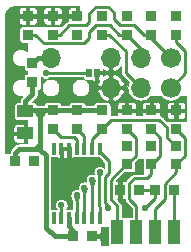
<source format=gtl>
%TF.GenerationSoftware,KiCad,Pcbnew,(5.1.2-1)-1*%
%TF.CreationDate,2020-12-17T20:50:41+01:00*%
%TF.ProjectId,snes_rgb_bypass_amp,736e6573-5f72-4676-925f-627970617373,3.2*%
%TF.SameCoordinates,Original*%
%TF.FileFunction,Copper,L1,Top*%
%TF.FilePolarity,Positive*%
%FSLAX46Y46*%
G04 Gerber Fmt 4.6, Leading zero omitted, Abs format (unit mm)*
G04 Created by KiCad (PCBNEW (5.1.2-1)-1) date 2020-12-17 20:50:41*
%MOMM*%
%LPD*%
G04 APERTURE LIST*
%ADD10R,1.050000X2.100000*%
%ADD11R,0.400000X1.000000*%
%ADD12O,1.700000X1.700000*%
%ADD13C,1.700000*%
%ADD14R,0.500000X0.750000*%
%ADD15R,0.950000X0.875000*%
%ADD16R,1.400000X0.975000*%
%ADD17R,0.875000X0.950000*%
%ADD18C,0.400000*%
%ADD19C,0.550000*%
%ADD20C,0.254000*%
%ADD21C,0.406400*%
%ADD22C,0.406000*%
%ADD23C,0.400000*%
%ADD24C,0.101600*%
G04 APERTURE END LIST*
D10*
X155115000Y-114005000D03*
X153515000Y-114005000D03*
X151915000Y-114005000D03*
X150315000Y-114005000D03*
D11*
X148835000Y-112815000D03*
X148185000Y-112815000D03*
X147535000Y-112815000D03*
X146885000Y-112815000D03*
X146235000Y-112815000D03*
X145585000Y-112815000D03*
X144935000Y-112815000D03*
X144935000Y-106915000D03*
X145585000Y-106915000D03*
X146235000Y-106915000D03*
X146885000Y-106915000D03*
X147535000Y-106915000D03*
X148185000Y-106915000D03*
X148835000Y-106915000D03*
D12*
X144675000Y-99215000D03*
X149755000Y-101755000D03*
X149755000Y-99215000D03*
X152295000Y-101755000D03*
X152295000Y-99215000D03*
D13*
X154835000Y-101755000D03*
X154835000Y-99215000D03*
D14*
X147925000Y-100487500D03*
X148575000Y-100487500D03*
D15*
X143140000Y-101260000D03*
X143140000Y-99685000D03*
D16*
X142541000Y-105620000D03*
X142541000Y-103745000D03*
D17*
X153552700Y-110432300D03*
X155127700Y-110432300D03*
X150552700Y-110432300D03*
X152127700Y-110432300D03*
X143255200Y-107982300D03*
X141680200Y-107982300D03*
D15*
X155292300Y-103682300D03*
X155292300Y-105257300D03*
X153202300Y-103682300D03*
X153202300Y-105257300D03*
X151112300Y-103682300D03*
X151112300Y-105257300D03*
X149022300Y-103682300D03*
X149022300Y-105257300D03*
X146932300Y-103682300D03*
X146932300Y-105257300D03*
X144842300Y-103682300D03*
X144842300Y-105257300D03*
X155292300Y-95689800D03*
X155292300Y-97264800D03*
X153202300Y-95689800D03*
X153202300Y-97264800D03*
X151112300Y-95689800D03*
X151112300Y-97264800D03*
D17*
X148189800Y-114342700D03*
X146614800Y-114342700D03*
D15*
X155292300Y-106674800D03*
X155292300Y-108249800D03*
X153202300Y-106674800D03*
X153202300Y-108249800D03*
X151112300Y-106674800D03*
X151112300Y-108249800D03*
X149022300Y-95689800D03*
X149022300Y-97264800D03*
X146932300Y-95689800D03*
X146932300Y-97264800D03*
X144842300Y-95689800D03*
X144842300Y-97264800D03*
X142752300Y-95689800D03*
X142752300Y-97264800D03*
D18*
X146245000Y-102055000D03*
X145645000Y-102055000D03*
X149230000Y-113942700D03*
X141105000Y-106215000D03*
X141105000Y-102855000D03*
X152190000Y-108145000D03*
X141105000Y-98115000D03*
X149022300Y-95839800D03*
X143810000Y-95100000D03*
X145900000Y-95100000D03*
X141720000Y-95100000D03*
X145645000Y-101455000D03*
X146245000Y-101455000D03*
X147203400Y-109336400D03*
X146003400Y-109336400D03*
X147503400Y-108736400D03*
X146303400Y-108736400D03*
X146003400Y-108136400D03*
X146603400Y-108136400D03*
X146603400Y-109336400D03*
X147203400Y-108136400D03*
X145703400Y-108736400D03*
X146903400Y-108736400D03*
X151115000Y-112534300D03*
X149230000Y-114742700D03*
D19*
X151125000Y-106687500D03*
X144855000Y-105270000D03*
X155292300Y-97264800D03*
X146932300Y-97264800D03*
X146945000Y-105270000D03*
X153215000Y-106687500D03*
X148835000Y-108920000D03*
X149022300Y-97264800D03*
X144250000Y-100487500D03*
X145585000Y-111720000D03*
X143155200Y-107982300D03*
X155292300Y-95839800D03*
X146885000Y-110870000D03*
X147535000Y-110220000D03*
X153202300Y-95839800D03*
X148185000Y-109570000D03*
X151025000Y-95839800D03*
X149540000Y-111945000D03*
X152715000Y-111945000D03*
D20*
X145585000Y-106915000D02*
X146235000Y-106915000D01*
D21*
X148916300Y-114342700D02*
X149215000Y-114044000D01*
X148189800Y-114342700D02*
X148916300Y-114342700D01*
X148913700Y-114342700D02*
X149215000Y-114644000D01*
X148189800Y-114342700D02*
X148913700Y-114342700D01*
X148830000Y-114342700D02*
X149230000Y-113942700D01*
X148830000Y-114342700D02*
X149230000Y-114742700D01*
X148189800Y-114342700D02*
X148830000Y-114342700D01*
D22*
X143805000Y-104120000D02*
X144230000Y-103695000D01*
X143805000Y-104120000D02*
X143380000Y-103695000D01*
X143805000Y-106495000D02*
X143355000Y-106945000D01*
X141990000Y-106945000D02*
X141667500Y-107267500D01*
X141667500Y-107995000D02*
X141667500Y-107270000D01*
X145013700Y-114342700D02*
X144295000Y-113624000D01*
X146614800Y-114342700D02*
X145013700Y-114342700D01*
X142541000Y-102894000D02*
X142541000Y-103745000D01*
D21*
X149022300Y-103682300D02*
X142603700Y-103682300D01*
X143805000Y-104120000D02*
X143805000Y-106990000D01*
X143745000Y-106945000D02*
X141990000Y-106945000D01*
X146614800Y-114342700D02*
X146317700Y-114342700D01*
X144295000Y-113624000D02*
X144295000Y-107495000D01*
X144295000Y-107495000D02*
X143815000Y-107015000D01*
X143140000Y-101260000D02*
X143140000Y-102295000D01*
X143140000Y-102295000D02*
X142541000Y-102894000D01*
D23*
X146614800Y-114342700D02*
X146614800Y-113864800D01*
X146235000Y-113485000D02*
X146235000Y-112815000D01*
X146614800Y-113864800D02*
X146235000Y-113485000D01*
D20*
X150315000Y-114005000D02*
X150315000Y-111770000D01*
X151149800Y-108249800D02*
X151890000Y-107509600D01*
X151112300Y-108249800D02*
X151149800Y-108249800D01*
X151890000Y-105997500D02*
X151890000Y-107509600D01*
X151149800Y-105257300D02*
X151890000Y-105997500D01*
X151112300Y-105257300D02*
X151149800Y-105257300D01*
X151074800Y-108249800D02*
X149765000Y-109559600D01*
X149765000Y-111220000D02*
X150315000Y-111770000D01*
X151112300Y-108249800D02*
X151074800Y-108249800D01*
X149765000Y-109559600D02*
X149765000Y-111220000D01*
X145559201Y-105974201D02*
X146698201Y-105974201D01*
X146885000Y-106161000D02*
X146885000Y-106915000D01*
X146698201Y-105974201D02*
X146885000Y-106161000D01*
X144855000Y-105270000D02*
X145559201Y-105974201D01*
X155292300Y-97902300D02*
X155292300Y-97264800D01*
X154835000Y-101755000D02*
X156060000Y-100530000D01*
X156070000Y-98835800D02*
X156070000Y-98680000D01*
X156070000Y-98680000D02*
X155292300Y-97902300D01*
X156070000Y-99040500D02*
X156070000Y-98680000D01*
X156070000Y-99040500D02*
X156070000Y-98835800D01*
X156070000Y-100520000D02*
X156070000Y-99712100D01*
X156070000Y-99712100D02*
X156070000Y-99040500D01*
X154835000Y-101755000D02*
X156070000Y-100520000D01*
X147535000Y-105860000D02*
X146945000Y-105270000D01*
X147535000Y-106915000D02*
X147535000Y-105860000D01*
X153202300Y-109047700D02*
X152835000Y-109415000D01*
X153202300Y-108249800D02*
X153202300Y-109047700D01*
X152835000Y-109415000D02*
X151785000Y-109415000D01*
X151785000Y-109415000D02*
X151327500Y-109872500D01*
X151327500Y-111197500D02*
X151915000Y-111785000D01*
X151327500Y-109872500D02*
X151327500Y-111197500D01*
X151915000Y-111785000D02*
X151915000Y-114005000D01*
X153239800Y-108249800D02*
X153202300Y-108249800D01*
X153980000Y-107509600D02*
X153239800Y-108249800D01*
X153980000Y-105997500D02*
X153980000Y-107509600D01*
X153239800Y-105257300D02*
X153980000Y-105997500D01*
X153202300Y-105257300D02*
X153239800Y-105257300D01*
X145469700Y-97264800D02*
X144842300Y-97264800D01*
X148408118Y-94980000D02*
X147950000Y-95438118D01*
X147950000Y-95438118D02*
X147950000Y-96190000D01*
X147950000Y-96190000D02*
X147650000Y-96490000D01*
X147650000Y-96490000D02*
X146244500Y-96490000D01*
X151780100Y-96470000D02*
X152574900Y-97264800D01*
X153202300Y-97264800D02*
X152574900Y-97264800D01*
X151780100Y-96470000D02*
X150568518Y-96470000D01*
X150568518Y-96470000D02*
X150040000Y-95941482D01*
X150040000Y-95941482D02*
X150040000Y-95383518D01*
X150040000Y-95383518D02*
X149636482Y-94980000D01*
X154835000Y-99215000D02*
X153202300Y-97582300D01*
X153202300Y-97582300D02*
X153202300Y-97264800D01*
X148418118Y-94970000D02*
X148680000Y-94970000D01*
X149390000Y-94970000D02*
X149626482Y-94970000D01*
X149390000Y-94970000D02*
X148680000Y-94970000D01*
X146244500Y-96490000D02*
X145469700Y-97264800D01*
X153515000Y-112045000D02*
X154332500Y-111227500D01*
X155292300Y-108941300D02*
X155292300Y-108249800D01*
X154332500Y-109901100D02*
X155292300Y-108941300D01*
X154332500Y-111227500D02*
X154332500Y-109901100D01*
X153515000Y-114005000D02*
X153515000Y-112045000D01*
X156070000Y-107509600D02*
X155329800Y-108249800D01*
X156070000Y-105997500D02*
X156070000Y-107509600D01*
X155329800Y-105257300D02*
X156070000Y-105997500D01*
X155329800Y-108249800D02*
X155292300Y-108249800D01*
X155292300Y-105257300D02*
X155329800Y-105257300D01*
X148185000Y-106094600D02*
X149022300Y-105257300D01*
X148185000Y-106915000D02*
X148185000Y-106094600D01*
X149059800Y-105257300D02*
X149834600Y-104482500D01*
X149022300Y-105257300D02*
X149059800Y-105257300D01*
X149834600Y-104482500D02*
X153872500Y-104482500D01*
X154510000Y-105120000D02*
X154510000Y-105930000D01*
X153872500Y-104482500D02*
X154510000Y-105120000D01*
X155254800Y-106674800D02*
X155292300Y-106674800D01*
X154510000Y-105930000D02*
X155254800Y-106674800D01*
X149700100Y-96480000D02*
X150484900Y-97264800D01*
X151112300Y-97264800D02*
X150484900Y-97264800D01*
X144104900Y-97990000D02*
X143379700Y-97264800D01*
X147950000Y-97013118D02*
X147950000Y-97571082D01*
X148483118Y-96480000D02*
X147950000Y-97013118D01*
X147950000Y-97571082D02*
X147531082Y-97990000D01*
X149700100Y-96480000D02*
X148483118Y-96480000D01*
X147531082Y-97990000D02*
X144104900Y-97990000D01*
X142752300Y-97264800D02*
X143379700Y-97264800D01*
X152295000Y-98447500D02*
X151112300Y-97264800D01*
X152295000Y-99215000D02*
X152295000Y-98447500D01*
X148784700Y-109180300D02*
X148935526Y-109029474D01*
X151025000Y-99221400D02*
X151025000Y-99070000D01*
X151025000Y-100485000D02*
X152295000Y-101755000D01*
X151025000Y-98640100D02*
X151025000Y-100485000D01*
X151025000Y-98640100D02*
X149649700Y-97264800D01*
X149649700Y-97264800D02*
X149022300Y-97264800D01*
X148835000Y-111895200D02*
X148762000Y-111822200D01*
X148835000Y-112815000D02*
X148835000Y-111895200D01*
X148835000Y-109006000D02*
X148762000Y-109079000D01*
X148835000Y-108920000D02*
X148835000Y-109006000D01*
X148762000Y-109079000D02*
X148762000Y-108993000D01*
X148762000Y-111822200D02*
X148762000Y-109079000D01*
X148690000Y-108950000D02*
X148762000Y-109250000D01*
D21*
X143610000Y-99215000D02*
X143140000Y-99685000D01*
X144675000Y-99215000D02*
X143610000Y-99215000D01*
D20*
X155127700Y-110432300D02*
X155127700Y-114005000D01*
X145585000Y-111720000D02*
X145585000Y-112815000D01*
X144250000Y-100487500D02*
X147925000Y-100487500D01*
X146885000Y-110870000D02*
X146885000Y-112815000D01*
X147030000Y-110900000D02*
X146885000Y-111400000D01*
X146740000Y-110900000D02*
X146885000Y-111400000D01*
X147535000Y-110220000D02*
X147535000Y-112815000D01*
X147390000Y-110250000D02*
X147535000Y-110750000D01*
X147680000Y-110250000D02*
X147535000Y-110750000D01*
X148185000Y-109570000D02*
X148185000Y-112815000D01*
X148330000Y-109600000D02*
X148185000Y-110100000D01*
X148040000Y-109600000D02*
X148185000Y-110100000D01*
X149392000Y-111942900D02*
X149392000Y-111620000D01*
X152127700Y-110432300D02*
X153552700Y-110432300D01*
X148835000Y-107215000D02*
X149615000Y-107995000D01*
X148835000Y-106915000D02*
X148835000Y-107215000D01*
X149647800Y-111843600D02*
X149481550Y-111677350D01*
X149270000Y-111465800D02*
X149481550Y-111677350D01*
X149270000Y-109625100D02*
X149270000Y-109390000D01*
X149270000Y-109625100D02*
X149270000Y-110882400D01*
X149615000Y-108987514D02*
X149615000Y-108746700D01*
X149270000Y-109332514D02*
X149615000Y-108987514D01*
X149270000Y-109625100D02*
X149270000Y-109332514D01*
X149615000Y-107995000D02*
X149615000Y-108746700D01*
X149270000Y-110882400D02*
X149270000Y-111465800D01*
X153552700Y-111107300D02*
X152715000Y-111945000D01*
X153552700Y-110432300D02*
X153552700Y-111107300D01*
D24*
G36*
X149534200Y-115116000D02*
G01*
X148930800Y-115116000D01*
X148930800Y-114845875D01*
X148933575Y-114817700D01*
X148932100Y-114558600D01*
X148930800Y-114557300D01*
X148930800Y-114128100D01*
X148932100Y-114126800D01*
X148933575Y-113867700D01*
X148930800Y-113839525D01*
X148930800Y-113570800D01*
X149534200Y-113570800D01*
X149534200Y-115116000D01*
X149534200Y-115116000D01*
G37*
X149534200Y-115116000D02*
X148930800Y-115116000D01*
X148930800Y-114845875D01*
X148933575Y-114817700D01*
X148932100Y-114558600D01*
X148930800Y-114557300D01*
X148930800Y-114128100D01*
X148932100Y-114126800D01*
X148933575Y-113867700D01*
X148930800Y-113839525D01*
X148930800Y-113570800D01*
X149534200Y-113570800D01*
X149534200Y-115116000D01*
G36*
X152469200Y-109034000D02*
G01*
X151803710Y-109034000D01*
X151785000Y-109032157D01*
X151766290Y-109034000D01*
X151766287Y-109034000D01*
X151710311Y-109039513D01*
X151641828Y-109060287D01*
X151638492Y-109061299D01*
X151572303Y-109096678D01*
X151542972Y-109120750D01*
X151514289Y-109144289D01*
X151502360Y-109158825D01*
X151071331Y-109589854D01*
X151056789Y-109601789D01*
X151031300Y-109632849D01*
X151014425Y-109653411D01*
X150990200Y-109651025D01*
X150768600Y-109652500D01*
X150692400Y-109728700D01*
X150692400Y-110292600D01*
X150712400Y-110292600D01*
X150712400Y-110572000D01*
X150692400Y-110572000D01*
X150692400Y-111135900D01*
X150768600Y-111212100D01*
X150946212Y-111213282D01*
X150952014Y-111272188D01*
X150973799Y-111344007D01*
X151009178Y-111410196D01*
X151027644Y-111432696D01*
X151056790Y-111468211D01*
X151071327Y-111480141D01*
X151534000Y-111942815D01*
X151534000Y-112699200D01*
X150696000Y-112699200D01*
X150696000Y-111788702D01*
X150697842Y-111769999D01*
X150696000Y-111751296D01*
X150696000Y-111751287D01*
X150690487Y-111695311D01*
X150668701Y-111623492D01*
X150642087Y-111573701D01*
X150633322Y-111557303D01*
X150599112Y-111515619D01*
X150585711Y-111499289D01*
X150571174Y-111487359D01*
X150296185Y-111212370D01*
X150336800Y-111212100D01*
X150413000Y-111135900D01*
X150413000Y-110572000D01*
X150393000Y-110572000D01*
X150393000Y-110292600D01*
X150413000Y-110292600D01*
X150413000Y-109728700D01*
X150336800Y-109652500D01*
X150211747Y-109651668D01*
X150920887Y-108942528D01*
X151587300Y-108942528D01*
X151637093Y-108937624D01*
X151684972Y-108923100D01*
X151729097Y-108899514D01*
X151767773Y-108867773D01*
X151799514Y-108829097D01*
X151823100Y-108784972D01*
X151837624Y-108737093D01*
X151842528Y-108687300D01*
X151842528Y-108095887D01*
X152097615Y-107840800D01*
X152469200Y-107840800D01*
X152469200Y-109034000D01*
X152469200Y-109034000D01*
G37*
X152469200Y-109034000D02*
X151803710Y-109034000D01*
X151785000Y-109032157D01*
X151766290Y-109034000D01*
X151766287Y-109034000D01*
X151710311Y-109039513D01*
X151641828Y-109060287D01*
X151638492Y-109061299D01*
X151572303Y-109096678D01*
X151542972Y-109120750D01*
X151514289Y-109144289D01*
X151502360Y-109158825D01*
X151071331Y-109589854D01*
X151056789Y-109601789D01*
X151031300Y-109632849D01*
X151014425Y-109653411D01*
X150990200Y-109651025D01*
X150768600Y-109652500D01*
X150692400Y-109728700D01*
X150692400Y-110292600D01*
X150712400Y-110292600D01*
X150712400Y-110572000D01*
X150692400Y-110572000D01*
X150692400Y-111135900D01*
X150768600Y-111212100D01*
X150946212Y-111213282D01*
X150952014Y-111272188D01*
X150973799Y-111344007D01*
X151009178Y-111410196D01*
X151027644Y-111432696D01*
X151056790Y-111468211D01*
X151071327Y-111480141D01*
X151534000Y-111942815D01*
X151534000Y-112699200D01*
X150696000Y-112699200D01*
X150696000Y-111788702D01*
X150697842Y-111769999D01*
X150696000Y-111751296D01*
X150696000Y-111751287D01*
X150690487Y-111695311D01*
X150668701Y-111623492D01*
X150642087Y-111573701D01*
X150633322Y-111557303D01*
X150599112Y-111515619D01*
X150585711Y-111499289D01*
X150571174Y-111487359D01*
X150296185Y-111212370D01*
X150336800Y-111212100D01*
X150413000Y-111135900D01*
X150413000Y-110572000D01*
X150393000Y-110572000D01*
X150393000Y-110292600D01*
X150413000Y-110292600D01*
X150413000Y-109728700D01*
X150336800Y-109652500D01*
X150211747Y-109651668D01*
X150920887Y-108942528D01*
X151587300Y-108942528D01*
X151637093Y-108937624D01*
X151684972Y-108923100D01*
X151729097Y-108899514D01*
X151767773Y-108867773D01*
X151799514Y-108829097D01*
X151823100Y-108784972D01*
X151837624Y-108737093D01*
X151842528Y-108687300D01*
X151842528Y-108095887D01*
X152097615Y-107840800D01*
X152469200Y-107840800D01*
X152469200Y-109034000D01*
G36*
X145724700Y-106775300D02*
G01*
X146095300Y-106775300D01*
X146095300Y-106755300D01*
X146374700Y-106755300D01*
X146374700Y-106775300D01*
X146394700Y-106775300D01*
X146394700Y-107054700D01*
X146374700Y-107054700D01*
X146374700Y-107643600D01*
X146450900Y-107719800D01*
X146498407Y-107714640D01*
X146555646Y-107696512D01*
X146608248Y-107667566D01*
X146617351Y-107659908D01*
X146635207Y-107665324D01*
X146685000Y-107670228D01*
X147085000Y-107670228D01*
X147134793Y-107665324D01*
X147182672Y-107650800D01*
X147210000Y-107636192D01*
X147237328Y-107650800D01*
X147285207Y-107665324D01*
X147335000Y-107670228D01*
X147735000Y-107670228D01*
X147784793Y-107665324D01*
X147832672Y-107650800D01*
X147860000Y-107636192D01*
X147887328Y-107650800D01*
X147935207Y-107665324D01*
X147985000Y-107670228D01*
X148385000Y-107670228D01*
X148434793Y-107665324D01*
X148482672Y-107650800D01*
X148510000Y-107636192D01*
X148537328Y-107650800D01*
X148585207Y-107665324D01*
X148635000Y-107670228D01*
X148751414Y-107670228D01*
X149234000Y-108152816D01*
X149234001Y-108570882D01*
X149172218Y-108509099D01*
X149085576Y-108451206D01*
X148989304Y-108411329D01*
X148887102Y-108391000D01*
X148782898Y-108391000D01*
X148680696Y-108411329D01*
X148584424Y-108451206D01*
X148497782Y-108509099D01*
X148424099Y-108582782D01*
X148366206Y-108669424D01*
X148326329Y-108765696D01*
X148306000Y-108867898D01*
X148306000Y-108972102D01*
X148313977Y-109012208D01*
X148315154Y-109020718D01*
X148318169Y-109033281D01*
X148323107Y-109058107D01*
X148237102Y-109041000D01*
X148132898Y-109041000D01*
X148030696Y-109061329D01*
X147934424Y-109101206D01*
X147847782Y-109159099D01*
X147774099Y-109232782D01*
X147716206Y-109319424D01*
X147676329Y-109415696D01*
X147656000Y-109517898D01*
X147656000Y-109622102D01*
X147664888Y-109666784D01*
X147668865Y-109688145D01*
X147669730Y-109691127D01*
X147673107Y-109708107D01*
X147587102Y-109691000D01*
X147482898Y-109691000D01*
X147380696Y-109711329D01*
X147284424Y-109751206D01*
X147197782Y-109809099D01*
X147124099Y-109882782D01*
X147066206Y-109969424D01*
X147026329Y-110065696D01*
X147006000Y-110167898D01*
X147006000Y-110272102D01*
X147014888Y-110316784D01*
X147018865Y-110338145D01*
X147019730Y-110341127D01*
X147023107Y-110358107D01*
X146937102Y-110341000D01*
X146832898Y-110341000D01*
X146730696Y-110361329D01*
X146634424Y-110401206D01*
X146547782Y-110459099D01*
X146474099Y-110532782D01*
X146416206Y-110619424D01*
X146376329Y-110715696D01*
X146356000Y-110817898D01*
X146356000Y-110922102D01*
X146364888Y-110966784D01*
X146368865Y-110988145D01*
X146369730Y-110991127D01*
X146376329Y-111024304D01*
X146386407Y-111048634D01*
X146504000Y-111454129D01*
X146504001Y-112070503D01*
X146484793Y-112064676D01*
X146435000Y-112059772D01*
X146035000Y-112059772D01*
X145988797Y-112064322D01*
X145995901Y-112057218D01*
X146053794Y-111970576D01*
X146093671Y-111874304D01*
X146114000Y-111772102D01*
X146114000Y-111667898D01*
X146093671Y-111565696D01*
X146053794Y-111469424D01*
X145995901Y-111382782D01*
X145922218Y-111309099D01*
X145835576Y-111251206D01*
X145739304Y-111211329D01*
X145637102Y-111191000D01*
X145532898Y-111191000D01*
X145430696Y-111211329D01*
X145334424Y-111251206D01*
X145247782Y-111309099D01*
X145174099Y-111382782D01*
X145116206Y-111469424D01*
X145076329Y-111565696D01*
X145056000Y-111667898D01*
X145056000Y-111772102D01*
X145076329Y-111874304D01*
X145116206Y-111970576D01*
X145174099Y-112057218D01*
X145181203Y-112064322D01*
X145135000Y-112059772D01*
X144752200Y-112059772D01*
X144752200Y-107670228D01*
X145135000Y-107670228D01*
X145184793Y-107665324D01*
X145202649Y-107659908D01*
X145211752Y-107667566D01*
X145264354Y-107696512D01*
X145321593Y-107714640D01*
X145369100Y-107719800D01*
X145445300Y-107643600D01*
X145445300Y-107054700D01*
X145724700Y-107054700D01*
X145724700Y-107643600D01*
X145800900Y-107719800D01*
X145848407Y-107714640D01*
X145905646Y-107696512D01*
X145910000Y-107694116D01*
X145914354Y-107696512D01*
X145971593Y-107714640D01*
X146019100Y-107719800D01*
X146095300Y-107643600D01*
X146095300Y-107054700D01*
X145724700Y-107054700D01*
X145445300Y-107054700D01*
X145425300Y-107054700D01*
X145425300Y-106775300D01*
X145445300Y-106775300D01*
X145445300Y-106755300D01*
X145724700Y-106755300D01*
X145724700Y-106775300D01*
X145724700Y-106775300D01*
G37*
X145724700Y-106775300D02*
X146095300Y-106775300D01*
X146095300Y-106755300D01*
X146374700Y-106755300D01*
X146374700Y-106775300D01*
X146394700Y-106775300D01*
X146394700Y-107054700D01*
X146374700Y-107054700D01*
X146374700Y-107643600D01*
X146450900Y-107719800D01*
X146498407Y-107714640D01*
X146555646Y-107696512D01*
X146608248Y-107667566D01*
X146617351Y-107659908D01*
X146635207Y-107665324D01*
X146685000Y-107670228D01*
X147085000Y-107670228D01*
X147134793Y-107665324D01*
X147182672Y-107650800D01*
X147210000Y-107636192D01*
X147237328Y-107650800D01*
X147285207Y-107665324D01*
X147335000Y-107670228D01*
X147735000Y-107670228D01*
X147784793Y-107665324D01*
X147832672Y-107650800D01*
X147860000Y-107636192D01*
X147887328Y-107650800D01*
X147935207Y-107665324D01*
X147985000Y-107670228D01*
X148385000Y-107670228D01*
X148434793Y-107665324D01*
X148482672Y-107650800D01*
X148510000Y-107636192D01*
X148537328Y-107650800D01*
X148585207Y-107665324D01*
X148635000Y-107670228D01*
X148751414Y-107670228D01*
X149234000Y-108152816D01*
X149234001Y-108570882D01*
X149172218Y-108509099D01*
X149085576Y-108451206D01*
X148989304Y-108411329D01*
X148887102Y-108391000D01*
X148782898Y-108391000D01*
X148680696Y-108411329D01*
X148584424Y-108451206D01*
X148497782Y-108509099D01*
X148424099Y-108582782D01*
X148366206Y-108669424D01*
X148326329Y-108765696D01*
X148306000Y-108867898D01*
X148306000Y-108972102D01*
X148313977Y-109012208D01*
X148315154Y-109020718D01*
X148318169Y-109033281D01*
X148323107Y-109058107D01*
X148237102Y-109041000D01*
X148132898Y-109041000D01*
X148030696Y-109061329D01*
X147934424Y-109101206D01*
X147847782Y-109159099D01*
X147774099Y-109232782D01*
X147716206Y-109319424D01*
X147676329Y-109415696D01*
X147656000Y-109517898D01*
X147656000Y-109622102D01*
X147664888Y-109666784D01*
X147668865Y-109688145D01*
X147669730Y-109691127D01*
X147673107Y-109708107D01*
X147587102Y-109691000D01*
X147482898Y-109691000D01*
X147380696Y-109711329D01*
X147284424Y-109751206D01*
X147197782Y-109809099D01*
X147124099Y-109882782D01*
X147066206Y-109969424D01*
X147026329Y-110065696D01*
X147006000Y-110167898D01*
X147006000Y-110272102D01*
X147014888Y-110316784D01*
X147018865Y-110338145D01*
X147019730Y-110341127D01*
X147023107Y-110358107D01*
X146937102Y-110341000D01*
X146832898Y-110341000D01*
X146730696Y-110361329D01*
X146634424Y-110401206D01*
X146547782Y-110459099D01*
X146474099Y-110532782D01*
X146416206Y-110619424D01*
X146376329Y-110715696D01*
X146356000Y-110817898D01*
X146356000Y-110922102D01*
X146364888Y-110966784D01*
X146368865Y-110988145D01*
X146369730Y-110991127D01*
X146376329Y-111024304D01*
X146386407Y-111048634D01*
X146504000Y-111454129D01*
X146504001Y-112070503D01*
X146484793Y-112064676D01*
X146435000Y-112059772D01*
X146035000Y-112059772D01*
X145988797Y-112064322D01*
X145995901Y-112057218D01*
X146053794Y-111970576D01*
X146093671Y-111874304D01*
X146114000Y-111772102D01*
X146114000Y-111667898D01*
X146093671Y-111565696D01*
X146053794Y-111469424D01*
X145995901Y-111382782D01*
X145922218Y-111309099D01*
X145835576Y-111251206D01*
X145739304Y-111211329D01*
X145637102Y-111191000D01*
X145532898Y-111191000D01*
X145430696Y-111211329D01*
X145334424Y-111251206D01*
X145247782Y-111309099D01*
X145174099Y-111382782D01*
X145116206Y-111469424D01*
X145076329Y-111565696D01*
X145056000Y-111667898D01*
X145056000Y-111772102D01*
X145076329Y-111874304D01*
X145116206Y-111970576D01*
X145174099Y-112057218D01*
X145181203Y-112064322D01*
X145135000Y-112059772D01*
X144752200Y-112059772D01*
X144752200Y-107670228D01*
X145135000Y-107670228D01*
X145184793Y-107665324D01*
X145202649Y-107659908D01*
X145211752Y-107667566D01*
X145264354Y-107696512D01*
X145321593Y-107714640D01*
X145369100Y-107719800D01*
X145445300Y-107643600D01*
X145445300Y-107054700D01*
X145724700Y-107054700D01*
X145724700Y-107643600D01*
X145800900Y-107719800D01*
X145848407Y-107714640D01*
X145905646Y-107696512D01*
X145910000Y-107694116D01*
X145914354Y-107696512D01*
X145971593Y-107714640D01*
X146019100Y-107719800D01*
X146095300Y-107643600D01*
X146095300Y-107054700D01*
X145724700Y-107054700D01*
X145445300Y-107054700D01*
X145425300Y-107054700D01*
X145425300Y-106775300D01*
X145445300Y-106775300D01*
X145445300Y-106755300D01*
X145724700Y-106755300D01*
X145724700Y-106775300D01*
G36*
X147069200Y-95849500D02*
G01*
X146792600Y-95849500D01*
X146792600Y-95829500D01*
X146228700Y-95829500D01*
X146152500Y-95905700D01*
X146151072Y-96120197D01*
X146097992Y-96136299D01*
X146031803Y-96171678D01*
X145988324Y-96207360D01*
X145988321Y-96207363D01*
X145973789Y-96219289D01*
X145961863Y-96233821D01*
X145625634Y-96570051D01*
X142729971Y-96571700D01*
X142726205Y-96572072D01*
X142277300Y-96572072D01*
X142227507Y-96576976D01*
X142179628Y-96591500D01*
X142135503Y-96615086D01*
X142096827Y-96646827D01*
X142065086Y-96685503D01*
X142041500Y-96729628D01*
X142026976Y-96777507D01*
X142022072Y-96827300D01*
X142022072Y-97702300D01*
X142026976Y-97752093D01*
X142041500Y-97799972D01*
X142065086Y-97844097D01*
X142096827Y-97882773D01*
X142135503Y-97914514D01*
X142179628Y-97938100D01*
X142227507Y-97952624D01*
X142277300Y-97957528D01*
X142679200Y-97957528D01*
X142679200Y-98692883D01*
X142615647Y-98629330D01*
X142492153Y-98546814D01*
X142354934Y-98489976D01*
X142209262Y-98461000D01*
X142060738Y-98461000D01*
X141915066Y-98489976D01*
X141777847Y-98546814D01*
X141654353Y-98629330D01*
X141549330Y-98734353D01*
X141466814Y-98857847D01*
X141409976Y-98995066D01*
X141381000Y-99140738D01*
X141381000Y-99289262D01*
X141409976Y-99434934D01*
X141466814Y-99572153D01*
X141549330Y-99695647D01*
X141654353Y-99800670D01*
X141777847Y-99883186D01*
X141915066Y-99940024D01*
X142060738Y-99969000D01*
X142209262Y-99969000D01*
X142354934Y-99940024D01*
X142409772Y-99917309D01*
X142409772Y-100122500D01*
X142414676Y-100172293D01*
X142429200Y-100220172D01*
X142452786Y-100264297D01*
X142484527Y-100302973D01*
X142523203Y-100334714D01*
X142567328Y-100358300D01*
X142615207Y-100372824D01*
X142665000Y-100377728D01*
X142679200Y-100377728D01*
X142679200Y-100567272D01*
X142665000Y-100567272D01*
X142615207Y-100572176D01*
X142567328Y-100586700D01*
X142523203Y-100610286D01*
X142484527Y-100642027D01*
X142452786Y-100680703D01*
X142429200Y-100724828D01*
X142414676Y-100772707D01*
X142409772Y-100822500D01*
X142409772Y-101052691D01*
X142354934Y-101029976D01*
X142209262Y-101001000D01*
X142060738Y-101001000D01*
X141915066Y-101029976D01*
X141777847Y-101086814D01*
X141654353Y-101169330D01*
X141549330Y-101274353D01*
X141466814Y-101397847D01*
X141409976Y-101535066D01*
X141381000Y-101680738D01*
X141381000Y-101829262D01*
X141409976Y-101974934D01*
X141466814Y-102112153D01*
X141549330Y-102235647D01*
X141654353Y-102340670D01*
X141777847Y-102423186D01*
X141915066Y-102480024D01*
X142060738Y-102509000D01*
X142209262Y-102509000D01*
X142296844Y-102491579D01*
X142232155Y-102556268D01*
X142216289Y-102569289D01*
X142203269Y-102585154D01*
X142201830Y-102586593D01*
X142159013Y-102638765D01*
X142116560Y-102718191D01*
X142090416Y-102804374D01*
X142081589Y-102894000D01*
X142084000Y-102918481D01*
X142084000Y-103002272D01*
X141841000Y-103002272D01*
X141791207Y-103007176D01*
X141743328Y-103021700D01*
X141699203Y-103045286D01*
X141660527Y-103077027D01*
X141628786Y-103115703D01*
X141605200Y-103159828D01*
X141590676Y-103207707D01*
X141585772Y-103257500D01*
X141585772Y-104232500D01*
X141590676Y-104282293D01*
X141605200Y-104330172D01*
X141628786Y-104374297D01*
X141660527Y-104412973D01*
X141699203Y-104444714D01*
X141743328Y-104468300D01*
X141791207Y-104482824D01*
X141841000Y-104487728D01*
X142679200Y-104487728D01*
X142679200Y-106487800D01*
X142010409Y-106487800D01*
X141990000Y-106485790D01*
X141969591Y-106487800D01*
X141967540Y-106487800D01*
X141900373Y-106494415D01*
X141814191Y-106520559D01*
X141734764Y-106563013D01*
X141665147Y-106620147D01*
X141649539Y-106639165D01*
X141346286Y-106942420D01*
X141342790Y-106945289D01*
X141339921Y-106948785D01*
X141328480Y-106960226D01*
X141285681Y-107012377D01*
X141243245Y-107091767D01*
X141217113Y-107177913D01*
X141209487Y-107255343D01*
X141192907Y-107256976D01*
X141185575Y-107259200D01*
X140834000Y-107259200D01*
X140834000Y-106107500D01*
X141534725Y-106107500D01*
X141540610Y-106167251D01*
X141558039Y-106224706D01*
X141586342Y-106277657D01*
X141624431Y-106324069D01*
X141670843Y-106362158D01*
X141723794Y-106390461D01*
X141781249Y-106407890D01*
X141841000Y-106413775D01*
X142325100Y-106412300D01*
X142401300Y-106336100D01*
X142401300Y-105759700D01*
X141612400Y-105759700D01*
X141536200Y-105835900D01*
X141534725Y-106107500D01*
X140834000Y-106107500D01*
X140834000Y-105132500D01*
X141534725Y-105132500D01*
X141536200Y-105404100D01*
X141612400Y-105480300D01*
X142401300Y-105480300D01*
X142401300Y-104903900D01*
X142325100Y-104827700D01*
X141841000Y-104826225D01*
X141781249Y-104832110D01*
X141723794Y-104849539D01*
X141670843Y-104877842D01*
X141624431Y-104915931D01*
X141586342Y-104962343D01*
X141558039Y-105015294D01*
X141540610Y-105072749D01*
X141534725Y-105132500D01*
X140834000Y-105132500D01*
X140834000Y-96127300D01*
X141971025Y-96127300D01*
X141976910Y-96187051D01*
X141994339Y-96244506D01*
X142022642Y-96297457D01*
X142060731Y-96343869D01*
X142107143Y-96381958D01*
X142160094Y-96410261D01*
X142217549Y-96427690D01*
X142277300Y-96433575D01*
X142536400Y-96432100D01*
X142612600Y-96355900D01*
X142612600Y-95829500D01*
X142892000Y-95829500D01*
X142892000Y-96355900D01*
X142968200Y-96432100D01*
X143227300Y-96433575D01*
X143287051Y-96427690D01*
X143344506Y-96410261D01*
X143397457Y-96381958D01*
X143443869Y-96343869D01*
X143481958Y-96297457D01*
X143510261Y-96244506D01*
X143527690Y-96187051D01*
X143533575Y-96127300D01*
X144061025Y-96127300D01*
X144066910Y-96187051D01*
X144084339Y-96244506D01*
X144112642Y-96297457D01*
X144150731Y-96343869D01*
X144197143Y-96381958D01*
X144250094Y-96410261D01*
X144307549Y-96427690D01*
X144367300Y-96433575D01*
X144626400Y-96432100D01*
X144702600Y-96355900D01*
X144702600Y-95829500D01*
X144982000Y-95829500D01*
X144982000Y-96355900D01*
X145058200Y-96432100D01*
X145317300Y-96433575D01*
X145377051Y-96427690D01*
X145434506Y-96410261D01*
X145487457Y-96381958D01*
X145533869Y-96343869D01*
X145571958Y-96297457D01*
X145600261Y-96244506D01*
X145617690Y-96187051D01*
X145623575Y-96127300D01*
X145622100Y-95905700D01*
X145545900Y-95829500D01*
X144982000Y-95829500D01*
X144702600Y-95829500D01*
X144138700Y-95829500D01*
X144062500Y-95905700D01*
X144061025Y-96127300D01*
X143533575Y-96127300D01*
X143532100Y-95905700D01*
X143455900Y-95829500D01*
X142892000Y-95829500D01*
X142612600Y-95829500D01*
X142048700Y-95829500D01*
X141972500Y-95905700D01*
X141971025Y-96127300D01*
X140834000Y-96127300D01*
X140834000Y-95637668D01*
X140849331Y-95481314D01*
X140891060Y-95343102D01*
X140939339Y-95252300D01*
X141971025Y-95252300D01*
X141972500Y-95473900D01*
X142048700Y-95550100D01*
X142612600Y-95550100D01*
X142612600Y-95023700D01*
X142892000Y-95023700D01*
X142892000Y-95550100D01*
X143455900Y-95550100D01*
X143532100Y-95473900D01*
X143533575Y-95252300D01*
X144061025Y-95252300D01*
X144062500Y-95473900D01*
X144138700Y-95550100D01*
X144702600Y-95550100D01*
X144702600Y-95023700D01*
X144982000Y-95023700D01*
X144982000Y-95550100D01*
X145545900Y-95550100D01*
X145622100Y-95473900D01*
X145623575Y-95252300D01*
X146151025Y-95252300D01*
X146152500Y-95473900D01*
X146228700Y-95550100D01*
X146792600Y-95550100D01*
X146792600Y-95023700D01*
X146716400Y-94947500D01*
X146457300Y-94946025D01*
X146397549Y-94951910D01*
X146340094Y-94969339D01*
X146287143Y-94997642D01*
X146240731Y-95035731D01*
X146202642Y-95082143D01*
X146174339Y-95135094D01*
X146156910Y-95192549D01*
X146151025Y-95252300D01*
X145623575Y-95252300D01*
X145617690Y-95192549D01*
X145600261Y-95135094D01*
X145571958Y-95082143D01*
X145533869Y-95035731D01*
X145487457Y-94997642D01*
X145434506Y-94969339D01*
X145377051Y-94951910D01*
X145317300Y-94946025D01*
X145058200Y-94947500D01*
X144982000Y-95023700D01*
X144702600Y-95023700D01*
X144626400Y-94947500D01*
X144367300Y-94946025D01*
X144307549Y-94951910D01*
X144250094Y-94969339D01*
X144197143Y-94997642D01*
X144150731Y-95035731D01*
X144112642Y-95082143D01*
X144084339Y-95135094D01*
X144066910Y-95192549D01*
X144061025Y-95252300D01*
X143533575Y-95252300D01*
X143527690Y-95192549D01*
X143510261Y-95135094D01*
X143481958Y-95082143D01*
X143443869Y-95035731D01*
X143397457Y-94997642D01*
X143344506Y-94969339D01*
X143287051Y-94951910D01*
X143227300Y-94946025D01*
X142968200Y-94947500D01*
X142892000Y-95023700D01*
X142612600Y-95023700D01*
X142536400Y-94947500D01*
X142277300Y-94946025D01*
X142217549Y-94951910D01*
X142160094Y-94969339D01*
X142107143Y-94997642D01*
X142060731Y-95035731D01*
X142022642Y-95082143D01*
X141994339Y-95135094D01*
X141976910Y-95192549D01*
X141971025Y-95252300D01*
X140939339Y-95252300D01*
X140958840Y-95215624D01*
X141050091Y-95103740D01*
X141161335Y-95011711D01*
X141288331Y-94943045D01*
X141426250Y-94900352D01*
X141581820Y-94884000D01*
X147069200Y-94884000D01*
X147069200Y-95849500D01*
X147069200Y-95849500D01*
G37*
X147069200Y-95849500D02*
X146792600Y-95849500D01*
X146792600Y-95829500D01*
X146228700Y-95829500D01*
X146152500Y-95905700D01*
X146151072Y-96120197D01*
X146097992Y-96136299D01*
X146031803Y-96171678D01*
X145988324Y-96207360D01*
X145988321Y-96207363D01*
X145973789Y-96219289D01*
X145961863Y-96233821D01*
X145625634Y-96570051D01*
X142729971Y-96571700D01*
X142726205Y-96572072D01*
X142277300Y-96572072D01*
X142227507Y-96576976D01*
X142179628Y-96591500D01*
X142135503Y-96615086D01*
X142096827Y-96646827D01*
X142065086Y-96685503D01*
X142041500Y-96729628D01*
X142026976Y-96777507D01*
X142022072Y-96827300D01*
X142022072Y-97702300D01*
X142026976Y-97752093D01*
X142041500Y-97799972D01*
X142065086Y-97844097D01*
X142096827Y-97882773D01*
X142135503Y-97914514D01*
X142179628Y-97938100D01*
X142227507Y-97952624D01*
X142277300Y-97957528D01*
X142679200Y-97957528D01*
X142679200Y-98692883D01*
X142615647Y-98629330D01*
X142492153Y-98546814D01*
X142354934Y-98489976D01*
X142209262Y-98461000D01*
X142060738Y-98461000D01*
X141915066Y-98489976D01*
X141777847Y-98546814D01*
X141654353Y-98629330D01*
X141549330Y-98734353D01*
X141466814Y-98857847D01*
X141409976Y-98995066D01*
X141381000Y-99140738D01*
X141381000Y-99289262D01*
X141409976Y-99434934D01*
X141466814Y-99572153D01*
X141549330Y-99695647D01*
X141654353Y-99800670D01*
X141777847Y-99883186D01*
X141915066Y-99940024D01*
X142060738Y-99969000D01*
X142209262Y-99969000D01*
X142354934Y-99940024D01*
X142409772Y-99917309D01*
X142409772Y-100122500D01*
X142414676Y-100172293D01*
X142429200Y-100220172D01*
X142452786Y-100264297D01*
X142484527Y-100302973D01*
X142523203Y-100334714D01*
X142567328Y-100358300D01*
X142615207Y-100372824D01*
X142665000Y-100377728D01*
X142679200Y-100377728D01*
X142679200Y-100567272D01*
X142665000Y-100567272D01*
X142615207Y-100572176D01*
X142567328Y-100586700D01*
X142523203Y-100610286D01*
X142484527Y-100642027D01*
X142452786Y-100680703D01*
X142429200Y-100724828D01*
X142414676Y-100772707D01*
X142409772Y-100822500D01*
X142409772Y-101052691D01*
X142354934Y-101029976D01*
X142209262Y-101001000D01*
X142060738Y-101001000D01*
X141915066Y-101029976D01*
X141777847Y-101086814D01*
X141654353Y-101169330D01*
X141549330Y-101274353D01*
X141466814Y-101397847D01*
X141409976Y-101535066D01*
X141381000Y-101680738D01*
X141381000Y-101829262D01*
X141409976Y-101974934D01*
X141466814Y-102112153D01*
X141549330Y-102235647D01*
X141654353Y-102340670D01*
X141777847Y-102423186D01*
X141915066Y-102480024D01*
X142060738Y-102509000D01*
X142209262Y-102509000D01*
X142296844Y-102491579D01*
X142232155Y-102556268D01*
X142216289Y-102569289D01*
X142203269Y-102585154D01*
X142201830Y-102586593D01*
X142159013Y-102638765D01*
X142116560Y-102718191D01*
X142090416Y-102804374D01*
X142081589Y-102894000D01*
X142084000Y-102918481D01*
X142084000Y-103002272D01*
X141841000Y-103002272D01*
X141791207Y-103007176D01*
X141743328Y-103021700D01*
X141699203Y-103045286D01*
X141660527Y-103077027D01*
X141628786Y-103115703D01*
X141605200Y-103159828D01*
X141590676Y-103207707D01*
X141585772Y-103257500D01*
X141585772Y-104232500D01*
X141590676Y-104282293D01*
X141605200Y-104330172D01*
X141628786Y-104374297D01*
X141660527Y-104412973D01*
X141699203Y-104444714D01*
X141743328Y-104468300D01*
X141791207Y-104482824D01*
X141841000Y-104487728D01*
X142679200Y-104487728D01*
X142679200Y-106487800D01*
X142010409Y-106487800D01*
X141990000Y-106485790D01*
X141969591Y-106487800D01*
X141967540Y-106487800D01*
X141900373Y-106494415D01*
X141814191Y-106520559D01*
X141734764Y-106563013D01*
X141665147Y-106620147D01*
X141649539Y-106639165D01*
X141346286Y-106942420D01*
X141342790Y-106945289D01*
X141339921Y-106948785D01*
X141328480Y-106960226D01*
X141285681Y-107012377D01*
X141243245Y-107091767D01*
X141217113Y-107177913D01*
X141209487Y-107255343D01*
X141192907Y-107256976D01*
X141185575Y-107259200D01*
X140834000Y-107259200D01*
X140834000Y-106107500D01*
X141534725Y-106107500D01*
X141540610Y-106167251D01*
X141558039Y-106224706D01*
X141586342Y-106277657D01*
X141624431Y-106324069D01*
X141670843Y-106362158D01*
X141723794Y-106390461D01*
X141781249Y-106407890D01*
X141841000Y-106413775D01*
X142325100Y-106412300D01*
X142401300Y-106336100D01*
X142401300Y-105759700D01*
X141612400Y-105759700D01*
X141536200Y-105835900D01*
X141534725Y-106107500D01*
X140834000Y-106107500D01*
X140834000Y-105132500D01*
X141534725Y-105132500D01*
X141536200Y-105404100D01*
X141612400Y-105480300D01*
X142401300Y-105480300D01*
X142401300Y-104903900D01*
X142325100Y-104827700D01*
X141841000Y-104826225D01*
X141781249Y-104832110D01*
X141723794Y-104849539D01*
X141670843Y-104877842D01*
X141624431Y-104915931D01*
X141586342Y-104962343D01*
X141558039Y-105015294D01*
X141540610Y-105072749D01*
X141534725Y-105132500D01*
X140834000Y-105132500D01*
X140834000Y-96127300D01*
X141971025Y-96127300D01*
X141976910Y-96187051D01*
X141994339Y-96244506D01*
X142022642Y-96297457D01*
X142060731Y-96343869D01*
X142107143Y-96381958D01*
X142160094Y-96410261D01*
X142217549Y-96427690D01*
X142277300Y-96433575D01*
X142536400Y-96432100D01*
X142612600Y-96355900D01*
X142612600Y-95829500D01*
X142892000Y-95829500D01*
X142892000Y-96355900D01*
X142968200Y-96432100D01*
X143227300Y-96433575D01*
X143287051Y-96427690D01*
X143344506Y-96410261D01*
X143397457Y-96381958D01*
X143443869Y-96343869D01*
X143481958Y-96297457D01*
X143510261Y-96244506D01*
X143527690Y-96187051D01*
X143533575Y-96127300D01*
X144061025Y-96127300D01*
X144066910Y-96187051D01*
X144084339Y-96244506D01*
X144112642Y-96297457D01*
X144150731Y-96343869D01*
X144197143Y-96381958D01*
X144250094Y-96410261D01*
X144307549Y-96427690D01*
X144367300Y-96433575D01*
X144626400Y-96432100D01*
X144702600Y-96355900D01*
X144702600Y-95829500D01*
X144982000Y-95829500D01*
X144982000Y-96355900D01*
X145058200Y-96432100D01*
X145317300Y-96433575D01*
X145377051Y-96427690D01*
X145434506Y-96410261D01*
X145487457Y-96381958D01*
X145533869Y-96343869D01*
X145571958Y-96297457D01*
X145600261Y-96244506D01*
X145617690Y-96187051D01*
X145623575Y-96127300D01*
X145622100Y-95905700D01*
X145545900Y-95829500D01*
X144982000Y-95829500D01*
X144702600Y-95829500D01*
X144138700Y-95829500D01*
X144062500Y-95905700D01*
X144061025Y-96127300D01*
X143533575Y-96127300D01*
X143532100Y-95905700D01*
X143455900Y-95829500D01*
X142892000Y-95829500D01*
X142612600Y-95829500D01*
X142048700Y-95829500D01*
X141972500Y-95905700D01*
X141971025Y-96127300D01*
X140834000Y-96127300D01*
X140834000Y-95637668D01*
X140849331Y-95481314D01*
X140891060Y-95343102D01*
X140939339Y-95252300D01*
X141971025Y-95252300D01*
X141972500Y-95473900D01*
X142048700Y-95550100D01*
X142612600Y-95550100D01*
X142612600Y-95023700D01*
X142892000Y-95023700D01*
X142892000Y-95550100D01*
X143455900Y-95550100D01*
X143532100Y-95473900D01*
X143533575Y-95252300D01*
X144061025Y-95252300D01*
X144062500Y-95473900D01*
X144138700Y-95550100D01*
X144702600Y-95550100D01*
X144702600Y-95023700D01*
X144982000Y-95023700D01*
X144982000Y-95550100D01*
X145545900Y-95550100D01*
X145622100Y-95473900D01*
X145623575Y-95252300D01*
X146151025Y-95252300D01*
X146152500Y-95473900D01*
X146228700Y-95550100D01*
X146792600Y-95550100D01*
X146792600Y-95023700D01*
X146716400Y-94947500D01*
X146457300Y-94946025D01*
X146397549Y-94951910D01*
X146340094Y-94969339D01*
X146287143Y-94997642D01*
X146240731Y-95035731D01*
X146202642Y-95082143D01*
X146174339Y-95135094D01*
X146156910Y-95192549D01*
X146151025Y-95252300D01*
X145623575Y-95252300D01*
X145617690Y-95192549D01*
X145600261Y-95135094D01*
X145571958Y-95082143D01*
X145533869Y-95035731D01*
X145487457Y-94997642D01*
X145434506Y-94969339D01*
X145377051Y-94951910D01*
X145317300Y-94946025D01*
X145058200Y-94947500D01*
X144982000Y-95023700D01*
X144702600Y-95023700D01*
X144626400Y-94947500D01*
X144367300Y-94946025D01*
X144307549Y-94951910D01*
X144250094Y-94969339D01*
X144197143Y-94997642D01*
X144150731Y-95035731D01*
X144112642Y-95082143D01*
X144084339Y-95135094D01*
X144066910Y-95192549D01*
X144061025Y-95252300D01*
X143533575Y-95252300D01*
X143527690Y-95192549D01*
X143510261Y-95135094D01*
X143481958Y-95082143D01*
X143443869Y-95035731D01*
X143397457Y-94997642D01*
X143344506Y-94969339D01*
X143287051Y-94951910D01*
X143227300Y-94946025D01*
X142968200Y-94947500D01*
X142892000Y-95023700D01*
X142612600Y-95023700D01*
X142536400Y-94947500D01*
X142277300Y-94946025D01*
X142217549Y-94951910D01*
X142160094Y-94969339D01*
X142107143Y-94997642D01*
X142060731Y-95035731D01*
X142022642Y-95082143D01*
X141994339Y-95135094D01*
X141976910Y-95192549D01*
X141971025Y-95252300D01*
X140939339Y-95252300D01*
X140958840Y-95215624D01*
X141050091Y-95103740D01*
X141161335Y-95011711D01*
X141288331Y-94943045D01*
X141426250Y-94900352D01*
X141581820Y-94884000D01*
X147069200Y-94884000D01*
X147069200Y-95849500D01*
G36*
X149914700Y-99354700D02*
G01*
X149894700Y-99354700D01*
X149894700Y-100285126D01*
X150072305Y-100325359D01*
X150282828Y-100242121D01*
X150473067Y-100119411D01*
X150635711Y-99961945D01*
X150644001Y-99949963D01*
X150644001Y-100466280D01*
X150642157Y-100485000D01*
X150648843Y-100552881D01*
X150649514Y-100559689D01*
X150651814Y-100567272D01*
X150671299Y-100631507D01*
X150706678Y-100697696D01*
X150728945Y-100724828D01*
X150754290Y-100755711D01*
X150768827Y-100767641D01*
X151291545Y-101290359D01*
X151270103Y-101330474D01*
X151206975Y-101538578D01*
X151185659Y-101755000D01*
X151206975Y-101971422D01*
X151270103Y-102179526D01*
X151372617Y-102371317D01*
X151510577Y-102539423D01*
X151678683Y-102677383D01*
X151870474Y-102779897D01*
X152078578Y-102843025D01*
X152240773Y-102859000D01*
X152349227Y-102859000D01*
X152511422Y-102843025D01*
X152719526Y-102779897D01*
X152911317Y-102677383D01*
X153079423Y-102539423D01*
X153127533Y-102480800D01*
X153999508Y-102480800D01*
X154131241Y-102612533D01*
X154312060Y-102733352D01*
X154512975Y-102816574D01*
X154726265Y-102859000D01*
X154943735Y-102859000D01*
X155157025Y-102816574D01*
X155357940Y-102733352D01*
X155538759Y-102612533D01*
X155670492Y-102480800D01*
X156171001Y-102480800D01*
X156171001Y-104564200D01*
X154493015Y-104564200D01*
X154155146Y-104226332D01*
X154143211Y-104211789D01*
X154085196Y-104164178D01*
X154019008Y-104128799D01*
X153989342Y-104119800D01*
X154511025Y-104119800D01*
X154516910Y-104179551D01*
X154534339Y-104237006D01*
X154562642Y-104289957D01*
X154600731Y-104336369D01*
X154647143Y-104374458D01*
X154700094Y-104402761D01*
X154757549Y-104420190D01*
X154817300Y-104426075D01*
X155076400Y-104424600D01*
X155152600Y-104348400D01*
X155152600Y-103822000D01*
X155432000Y-103822000D01*
X155432000Y-104348400D01*
X155508200Y-104424600D01*
X155767300Y-104426075D01*
X155827051Y-104420190D01*
X155884506Y-104402761D01*
X155937457Y-104374458D01*
X155983869Y-104336369D01*
X156021958Y-104289957D01*
X156050261Y-104237006D01*
X156067690Y-104179551D01*
X156073575Y-104119800D01*
X156072100Y-103898200D01*
X155995900Y-103822000D01*
X155432000Y-103822000D01*
X155152600Y-103822000D01*
X154588700Y-103822000D01*
X154512500Y-103898200D01*
X154511025Y-104119800D01*
X153989342Y-104119800D01*
X153983563Y-104118047D01*
X153982100Y-103898200D01*
X153905900Y-103822000D01*
X153342000Y-103822000D01*
X153342000Y-103842000D01*
X153062600Y-103842000D01*
X153062600Y-103822000D01*
X152498700Y-103822000D01*
X152422500Y-103898200D01*
X152421147Y-104101500D01*
X151893453Y-104101500D01*
X151892100Y-103898200D01*
X151815900Y-103822000D01*
X151252000Y-103822000D01*
X151252000Y-103842000D01*
X150972600Y-103842000D01*
X150972600Y-103822000D01*
X150408700Y-103822000D01*
X150332500Y-103898200D01*
X150331147Y-104101500D01*
X149853310Y-104101500D01*
X149834600Y-104099657D01*
X149815890Y-104101500D01*
X149815887Y-104101500D01*
X149759911Y-104107013D01*
X149752528Y-104109253D01*
X149752528Y-103244800D01*
X150331025Y-103244800D01*
X150332500Y-103466400D01*
X150408700Y-103542600D01*
X150972600Y-103542600D01*
X150972600Y-103016200D01*
X151252000Y-103016200D01*
X151252000Y-103542600D01*
X151815900Y-103542600D01*
X151892100Y-103466400D01*
X151893575Y-103244800D01*
X152421025Y-103244800D01*
X152422500Y-103466400D01*
X152498700Y-103542600D01*
X153062600Y-103542600D01*
X153062600Y-103016200D01*
X153342000Y-103016200D01*
X153342000Y-103542600D01*
X153905900Y-103542600D01*
X153982100Y-103466400D01*
X153983575Y-103244800D01*
X154511025Y-103244800D01*
X154512500Y-103466400D01*
X154588700Y-103542600D01*
X155152600Y-103542600D01*
X155152600Y-103016200D01*
X155432000Y-103016200D01*
X155432000Y-103542600D01*
X155995900Y-103542600D01*
X156072100Y-103466400D01*
X156073575Y-103244800D01*
X156067690Y-103185049D01*
X156050261Y-103127594D01*
X156021958Y-103074643D01*
X155983869Y-103028231D01*
X155937457Y-102990142D01*
X155884506Y-102961839D01*
X155827051Y-102944410D01*
X155767300Y-102938525D01*
X155508200Y-102940000D01*
X155432000Y-103016200D01*
X155152600Y-103016200D01*
X155076400Y-102940000D01*
X154817300Y-102938525D01*
X154757549Y-102944410D01*
X154700094Y-102961839D01*
X154647143Y-102990142D01*
X154600731Y-103028231D01*
X154562642Y-103074643D01*
X154534339Y-103127594D01*
X154516910Y-103185049D01*
X154511025Y-103244800D01*
X153983575Y-103244800D01*
X153977690Y-103185049D01*
X153960261Y-103127594D01*
X153931958Y-103074643D01*
X153893869Y-103028231D01*
X153847457Y-102990142D01*
X153794506Y-102961839D01*
X153737051Y-102944410D01*
X153677300Y-102938525D01*
X153418200Y-102940000D01*
X153342000Y-103016200D01*
X153062600Y-103016200D01*
X152986400Y-102940000D01*
X152727300Y-102938525D01*
X152667549Y-102944410D01*
X152610094Y-102961839D01*
X152557143Y-102990142D01*
X152510731Y-103028231D01*
X152472642Y-103074643D01*
X152444339Y-103127594D01*
X152426910Y-103185049D01*
X152421025Y-103244800D01*
X151893575Y-103244800D01*
X151887690Y-103185049D01*
X151870261Y-103127594D01*
X151841958Y-103074643D01*
X151803869Y-103028231D01*
X151757457Y-102990142D01*
X151704506Y-102961839D01*
X151647051Y-102944410D01*
X151587300Y-102938525D01*
X151328200Y-102940000D01*
X151252000Y-103016200D01*
X150972600Y-103016200D01*
X150896400Y-102940000D01*
X150637300Y-102938525D01*
X150577549Y-102944410D01*
X150520094Y-102961839D01*
X150467143Y-102990142D01*
X150420731Y-103028231D01*
X150382642Y-103074643D01*
X150354339Y-103127594D01*
X150336910Y-103185049D01*
X150331025Y-103244800D01*
X149752528Y-103244800D01*
X149747624Y-103195007D01*
X149733100Y-103147128D01*
X149709514Y-103103003D01*
X149677773Y-103064327D01*
X149639097Y-103032586D01*
X149594972Y-103009000D01*
X149547093Y-102994476D01*
X149497300Y-102989572D01*
X148547300Y-102989572D01*
X148497507Y-102994476D01*
X148449628Y-103009000D01*
X148405503Y-103032586D01*
X148366827Y-103064327D01*
X148335086Y-103103003D01*
X148311500Y-103147128D01*
X148296976Y-103195007D01*
X148294012Y-103225100D01*
X147660588Y-103225100D01*
X147657624Y-103195007D01*
X147643100Y-103147128D01*
X147619514Y-103103003D01*
X147587773Y-103064327D01*
X147549097Y-103032586D01*
X147504972Y-103009000D01*
X147457093Y-102994476D01*
X147407300Y-102989572D01*
X146457300Y-102989572D01*
X146407507Y-102994476D01*
X146359628Y-103009000D01*
X146315503Y-103032586D01*
X146276827Y-103064327D01*
X146245086Y-103103003D01*
X146221500Y-103147128D01*
X146206976Y-103195007D01*
X146204012Y-103225100D01*
X145570588Y-103225100D01*
X145567624Y-103195007D01*
X145553100Y-103147128D01*
X145529514Y-103103003D01*
X145497773Y-103064327D01*
X145459097Y-103032586D01*
X145414972Y-103009000D01*
X145367093Y-102994476D01*
X145317300Y-102989572D01*
X144367300Y-102989572D01*
X144317507Y-102994476D01*
X144269628Y-103009000D01*
X144225503Y-103032586D01*
X144186827Y-103064327D01*
X144155086Y-103103003D01*
X144131500Y-103147128D01*
X144116976Y-103195007D01*
X144114012Y-103225100D01*
X143493037Y-103225100D01*
X143491324Y-103207707D01*
X143476800Y-103159828D01*
X143453214Y-103115703D01*
X143421473Y-103077027D01*
X143382797Y-103045286D01*
X143338672Y-103021700D01*
X143290793Y-103007176D01*
X143241000Y-103002272D01*
X143079305Y-103002272D01*
X143447408Y-102634170D01*
X143464853Y-102619853D01*
X143521987Y-102550236D01*
X143564441Y-102470809D01*
X143590585Y-102384627D01*
X143597200Y-102317460D01*
X143597200Y-102317450D01*
X143599411Y-102295000D01*
X143597200Y-102272550D01*
X143597200Y-101952728D01*
X143615000Y-101952728D01*
X143664793Y-101947824D01*
X143712672Y-101933300D01*
X143756797Y-101909714D01*
X143795473Y-101877973D01*
X143827214Y-101839297D01*
X143850800Y-101795172D01*
X143862986Y-101755000D01*
X143917352Y-101755000D01*
X143931910Y-101902810D01*
X143975025Y-102044939D01*
X144045039Y-102175927D01*
X144139262Y-102290738D01*
X144254073Y-102384961D01*
X144385061Y-102454975D01*
X144527190Y-102498090D01*
X144637961Y-102509000D01*
X144712039Y-102509000D01*
X144822810Y-102498090D01*
X144964939Y-102454975D01*
X145095927Y-102384961D01*
X145210738Y-102290738D01*
X145304961Y-102175927D01*
X145374975Y-102044939D01*
X145418090Y-101902810D01*
X145432648Y-101755000D01*
X145418090Y-101607190D01*
X145374975Y-101465061D01*
X145304961Y-101334073D01*
X145210738Y-101219262D01*
X145095927Y-101125039D01*
X144964939Y-101055025D01*
X144822810Y-101011910D01*
X144712039Y-101001000D01*
X144637961Y-101001000D01*
X144527190Y-101011910D01*
X144385061Y-101055025D01*
X144254073Y-101125039D01*
X144139262Y-101219262D01*
X144045039Y-101334073D01*
X143975025Y-101465061D01*
X143931910Y-101607190D01*
X143917352Y-101755000D01*
X143862986Y-101755000D01*
X143865324Y-101747293D01*
X143870228Y-101697500D01*
X143870228Y-100881614D01*
X143883112Y-100868731D01*
X143912782Y-100898401D01*
X143999424Y-100956294D01*
X144095696Y-100996171D01*
X144197898Y-101016500D01*
X144302102Y-101016500D01*
X144404304Y-100996171D01*
X144500576Y-100956294D01*
X144587218Y-100898401D01*
X144617119Y-100868500D01*
X147420363Y-100868500D01*
X147424676Y-100912293D01*
X147439200Y-100960172D01*
X147462786Y-101004297D01*
X147494527Y-101042973D01*
X147517193Y-101061575D01*
X147504939Y-101055025D01*
X147362810Y-101011910D01*
X147252039Y-101001000D01*
X147177961Y-101001000D01*
X147067190Y-101011910D01*
X146925061Y-101055025D01*
X146794073Y-101125039D01*
X146679262Y-101219262D01*
X146585039Y-101334073D01*
X146515025Y-101465061D01*
X146471910Y-101607190D01*
X146457352Y-101755000D01*
X146471910Y-101902810D01*
X146515025Y-102044939D01*
X146585039Y-102175927D01*
X146679262Y-102290738D01*
X146794073Y-102384961D01*
X146925061Y-102454975D01*
X147067190Y-102498090D01*
X147177961Y-102509000D01*
X147252039Y-102509000D01*
X147362810Y-102498090D01*
X147504939Y-102454975D01*
X147635927Y-102384961D01*
X147750738Y-102290738D01*
X147844961Y-102175927D01*
X147900348Y-102072304D01*
X148644648Y-102072304D01*
X148655486Y-102108053D01*
X148745490Y-102315774D01*
X148874289Y-102501945D01*
X149036933Y-102659411D01*
X149227172Y-102782121D01*
X149437695Y-102865359D01*
X149615300Y-102825126D01*
X149615300Y-101894700D01*
X149894700Y-101894700D01*
X149894700Y-102825126D01*
X150072305Y-102865359D01*
X150282828Y-102782121D01*
X150473067Y-102659411D01*
X150635711Y-102501945D01*
X150764510Y-102315774D01*
X150854514Y-102108053D01*
X150865352Y-102072304D01*
X150824515Y-101894700D01*
X149894700Y-101894700D01*
X149615300Y-101894700D01*
X148685485Y-101894700D01*
X148644648Y-102072304D01*
X147900348Y-102072304D01*
X147914975Y-102044939D01*
X147958090Y-101902810D01*
X147972648Y-101755000D01*
X147958090Y-101607190D01*
X147914975Y-101465061D01*
X147900349Y-101437696D01*
X148644648Y-101437696D01*
X148685485Y-101615300D01*
X149615300Y-101615300D01*
X149615300Y-100684874D01*
X149894700Y-100684874D01*
X149894700Y-101615300D01*
X150824515Y-101615300D01*
X150865352Y-101437696D01*
X150854514Y-101401947D01*
X150764510Y-101194226D01*
X150635711Y-101008055D01*
X150473067Y-100850589D01*
X150282828Y-100727879D01*
X150072305Y-100644641D01*
X149894700Y-100684874D01*
X149615300Y-100684874D01*
X149437695Y-100644641D01*
X149227172Y-100727879D01*
X149130604Y-100790168D01*
X149129800Y-100703400D01*
X149053600Y-100627200D01*
X148714700Y-100627200D01*
X148714700Y-101091100D01*
X148775070Y-101151470D01*
X148745490Y-101194226D01*
X148655486Y-101401947D01*
X148644648Y-101437696D01*
X147900349Y-101437696D01*
X147844961Y-101334073D01*
X147750738Y-101219262D01*
X147635927Y-101125039D01*
X147597152Y-101104314D01*
X147625207Y-101112824D01*
X147675000Y-101117728D01*
X148155909Y-101117728D01*
X148207794Y-101145461D01*
X148265249Y-101162890D01*
X148325000Y-101168775D01*
X148359100Y-101167300D01*
X148435300Y-101091100D01*
X148435300Y-100627200D01*
X148430228Y-100627200D01*
X148430228Y-100525800D01*
X148560000Y-100525800D01*
X148569911Y-100524824D01*
X148579440Y-100521933D01*
X148588223Y-100517239D01*
X148595921Y-100510921D01*
X148759042Y-100347800D01*
X149053600Y-100347800D01*
X149129800Y-100271600D01*
X149130650Y-100179862D01*
X149227172Y-100242121D01*
X149437695Y-100325359D01*
X149615300Y-100285126D01*
X149615300Y-99491542D01*
X149811042Y-99295800D01*
X149914700Y-99295800D01*
X149914700Y-99354700D01*
X149914700Y-99354700D01*
G37*
X149914700Y-99354700D02*
X149894700Y-99354700D01*
X149894700Y-100285126D01*
X150072305Y-100325359D01*
X150282828Y-100242121D01*
X150473067Y-100119411D01*
X150635711Y-99961945D01*
X150644001Y-99949963D01*
X150644001Y-100466280D01*
X150642157Y-100485000D01*
X150648843Y-100552881D01*
X150649514Y-100559689D01*
X150651814Y-100567272D01*
X150671299Y-100631507D01*
X150706678Y-100697696D01*
X150728945Y-100724828D01*
X150754290Y-100755711D01*
X150768827Y-100767641D01*
X151291545Y-101290359D01*
X151270103Y-101330474D01*
X151206975Y-101538578D01*
X151185659Y-101755000D01*
X151206975Y-101971422D01*
X151270103Y-102179526D01*
X151372617Y-102371317D01*
X151510577Y-102539423D01*
X151678683Y-102677383D01*
X151870474Y-102779897D01*
X152078578Y-102843025D01*
X152240773Y-102859000D01*
X152349227Y-102859000D01*
X152511422Y-102843025D01*
X152719526Y-102779897D01*
X152911317Y-102677383D01*
X153079423Y-102539423D01*
X153127533Y-102480800D01*
X153999508Y-102480800D01*
X154131241Y-102612533D01*
X154312060Y-102733352D01*
X154512975Y-102816574D01*
X154726265Y-102859000D01*
X154943735Y-102859000D01*
X155157025Y-102816574D01*
X155357940Y-102733352D01*
X155538759Y-102612533D01*
X155670492Y-102480800D01*
X156171001Y-102480800D01*
X156171001Y-104564200D01*
X154493015Y-104564200D01*
X154155146Y-104226332D01*
X154143211Y-104211789D01*
X154085196Y-104164178D01*
X154019008Y-104128799D01*
X153989342Y-104119800D01*
X154511025Y-104119800D01*
X154516910Y-104179551D01*
X154534339Y-104237006D01*
X154562642Y-104289957D01*
X154600731Y-104336369D01*
X154647143Y-104374458D01*
X154700094Y-104402761D01*
X154757549Y-104420190D01*
X154817300Y-104426075D01*
X155076400Y-104424600D01*
X155152600Y-104348400D01*
X155152600Y-103822000D01*
X155432000Y-103822000D01*
X155432000Y-104348400D01*
X155508200Y-104424600D01*
X155767300Y-104426075D01*
X155827051Y-104420190D01*
X155884506Y-104402761D01*
X155937457Y-104374458D01*
X155983869Y-104336369D01*
X156021958Y-104289957D01*
X156050261Y-104237006D01*
X156067690Y-104179551D01*
X156073575Y-104119800D01*
X156072100Y-103898200D01*
X155995900Y-103822000D01*
X155432000Y-103822000D01*
X155152600Y-103822000D01*
X154588700Y-103822000D01*
X154512500Y-103898200D01*
X154511025Y-104119800D01*
X153989342Y-104119800D01*
X153983563Y-104118047D01*
X153982100Y-103898200D01*
X153905900Y-103822000D01*
X153342000Y-103822000D01*
X153342000Y-103842000D01*
X153062600Y-103842000D01*
X153062600Y-103822000D01*
X152498700Y-103822000D01*
X152422500Y-103898200D01*
X152421147Y-104101500D01*
X151893453Y-104101500D01*
X151892100Y-103898200D01*
X151815900Y-103822000D01*
X151252000Y-103822000D01*
X151252000Y-103842000D01*
X150972600Y-103842000D01*
X150972600Y-103822000D01*
X150408700Y-103822000D01*
X150332500Y-103898200D01*
X150331147Y-104101500D01*
X149853310Y-104101500D01*
X149834600Y-104099657D01*
X149815890Y-104101500D01*
X149815887Y-104101500D01*
X149759911Y-104107013D01*
X149752528Y-104109253D01*
X149752528Y-103244800D01*
X150331025Y-103244800D01*
X150332500Y-103466400D01*
X150408700Y-103542600D01*
X150972600Y-103542600D01*
X150972600Y-103016200D01*
X151252000Y-103016200D01*
X151252000Y-103542600D01*
X151815900Y-103542600D01*
X151892100Y-103466400D01*
X151893575Y-103244800D01*
X152421025Y-103244800D01*
X152422500Y-103466400D01*
X152498700Y-103542600D01*
X153062600Y-103542600D01*
X153062600Y-103016200D01*
X153342000Y-103016200D01*
X153342000Y-103542600D01*
X153905900Y-103542600D01*
X153982100Y-103466400D01*
X153983575Y-103244800D01*
X154511025Y-103244800D01*
X154512500Y-103466400D01*
X154588700Y-103542600D01*
X155152600Y-103542600D01*
X155152600Y-103016200D01*
X155432000Y-103016200D01*
X155432000Y-103542600D01*
X155995900Y-103542600D01*
X156072100Y-103466400D01*
X156073575Y-103244800D01*
X156067690Y-103185049D01*
X156050261Y-103127594D01*
X156021958Y-103074643D01*
X155983869Y-103028231D01*
X155937457Y-102990142D01*
X155884506Y-102961839D01*
X155827051Y-102944410D01*
X155767300Y-102938525D01*
X155508200Y-102940000D01*
X155432000Y-103016200D01*
X155152600Y-103016200D01*
X155076400Y-102940000D01*
X154817300Y-102938525D01*
X154757549Y-102944410D01*
X154700094Y-102961839D01*
X154647143Y-102990142D01*
X154600731Y-103028231D01*
X154562642Y-103074643D01*
X154534339Y-103127594D01*
X154516910Y-103185049D01*
X154511025Y-103244800D01*
X153983575Y-103244800D01*
X153977690Y-103185049D01*
X153960261Y-103127594D01*
X153931958Y-103074643D01*
X153893869Y-103028231D01*
X153847457Y-102990142D01*
X153794506Y-102961839D01*
X153737051Y-102944410D01*
X153677300Y-102938525D01*
X153418200Y-102940000D01*
X153342000Y-103016200D01*
X153062600Y-103016200D01*
X152986400Y-102940000D01*
X152727300Y-102938525D01*
X152667549Y-102944410D01*
X152610094Y-102961839D01*
X152557143Y-102990142D01*
X152510731Y-103028231D01*
X152472642Y-103074643D01*
X152444339Y-103127594D01*
X152426910Y-103185049D01*
X152421025Y-103244800D01*
X151893575Y-103244800D01*
X151887690Y-103185049D01*
X151870261Y-103127594D01*
X151841958Y-103074643D01*
X151803869Y-103028231D01*
X151757457Y-102990142D01*
X151704506Y-102961839D01*
X151647051Y-102944410D01*
X151587300Y-102938525D01*
X151328200Y-102940000D01*
X151252000Y-103016200D01*
X150972600Y-103016200D01*
X150896400Y-102940000D01*
X150637300Y-102938525D01*
X150577549Y-102944410D01*
X150520094Y-102961839D01*
X150467143Y-102990142D01*
X150420731Y-103028231D01*
X150382642Y-103074643D01*
X150354339Y-103127594D01*
X150336910Y-103185049D01*
X150331025Y-103244800D01*
X149752528Y-103244800D01*
X149747624Y-103195007D01*
X149733100Y-103147128D01*
X149709514Y-103103003D01*
X149677773Y-103064327D01*
X149639097Y-103032586D01*
X149594972Y-103009000D01*
X149547093Y-102994476D01*
X149497300Y-102989572D01*
X148547300Y-102989572D01*
X148497507Y-102994476D01*
X148449628Y-103009000D01*
X148405503Y-103032586D01*
X148366827Y-103064327D01*
X148335086Y-103103003D01*
X148311500Y-103147128D01*
X148296976Y-103195007D01*
X148294012Y-103225100D01*
X147660588Y-103225100D01*
X147657624Y-103195007D01*
X147643100Y-103147128D01*
X147619514Y-103103003D01*
X147587773Y-103064327D01*
X147549097Y-103032586D01*
X147504972Y-103009000D01*
X147457093Y-102994476D01*
X147407300Y-102989572D01*
X146457300Y-102989572D01*
X146407507Y-102994476D01*
X146359628Y-103009000D01*
X146315503Y-103032586D01*
X146276827Y-103064327D01*
X146245086Y-103103003D01*
X146221500Y-103147128D01*
X146206976Y-103195007D01*
X146204012Y-103225100D01*
X145570588Y-103225100D01*
X145567624Y-103195007D01*
X145553100Y-103147128D01*
X145529514Y-103103003D01*
X145497773Y-103064327D01*
X145459097Y-103032586D01*
X145414972Y-103009000D01*
X145367093Y-102994476D01*
X145317300Y-102989572D01*
X144367300Y-102989572D01*
X144317507Y-102994476D01*
X144269628Y-103009000D01*
X144225503Y-103032586D01*
X144186827Y-103064327D01*
X144155086Y-103103003D01*
X144131500Y-103147128D01*
X144116976Y-103195007D01*
X144114012Y-103225100D01*
X143493037Y-103225100D01*
X143491324Y-103207707D01*
X143476800Y-103159828D01*
X143453214Y-103115703D01*
X143421473Y-103077027D01*
X143382797Y-103045286D01*
X143338672Y-103021700D01*
X143290793Y-103007176D01*
X143241000Y-103002272D01*
X143079305Y-103002272D01*
X143447408Y-102634170D01*
X143464853Y-102619853D01*
X143521987Y-102550236D01*
X143564441Y-102470809D01*
X143590585Y-102384627D01*
X143597200Y-102317460D01*
X143597200Y-102317450D01*
X143599411Y-102295000D01*
X143597200Y-102272550D01*
X143597200Y-101952728D01*
X143615000Y-101952728D01*
X143664793Y-101947824D01*
X143712672Y-101933300D01*
X143756797Y-101909714D01*
X143795473Y-101877973D01*
X143827214Y-101839297D01*
X143850800Y-101795172D01*
X143862986Y-101755000D01*
X143917352Y-101755000D01*
X143931910Y-101902810D01*
X143975025Y-102044939D01*
X144045039Y-102175927D01*
X144139262Y-102290738D01*
X144254073Y-102384961D01*
X144385061Y-102454975D01*
X144527190Y-102498090D01*
X144637961Y-102509000D01*
X144712039Y-102509000D01*
X144822810Y-102498090D01*
X144964939Y-102454975D01*
X145095927Y-102384961D01*
X145210738Y-102290738D01*
X145304961Y-102175927D01*
X145374975Y-102044939D01*
X145418090Y-101902810D01*
X145432648Y-101755000D01*
X145418090Y-101607190D01*
X145374975Y-101465061D01*
X145304961Y-101334073D01*
X145210738Y-101219262D01*
X145095927Y-101125039D01*
X144964939Y-101055025D01*
X144822810Y-101011910D01*
X144712039Y-101001000D01*
X144637961Y-101001000D01*
X144527190Y-101011910D01*
X144385061Y-101055025D01*
X144254073Y-101125039D01*
X144139262Y-101219262D01*
X144045039Y-101334073D01*
X143975025Y-101465061D01*
X143931910Y-101607190D01*
X143917352Y-101755000D01*
X143862986Y-101755000D01*
X143865324Y-101747293D01*
X143870228Y-101697500D01*
X143870228Y-100881614D01*
X143883112Y-100868731D01*
X143912782Y-100898401D01*
X143999424Y-100956294D01*
X144095696Y-100996171D01*
X144197898Y-101016500D01*
X144302102Y-101016500D01*
X144404304Y-100996171D01*
X144500576Y-100956294D01*
X144587218Y-100898401D01*
X144617119Y-100868500D01*
X147420363Y-100868500D01*
X147424676Y-100912293D01*
X147439200Y-100960172D01*
X147462786Y-101004297D01*
X147494527Y-101042973D01*
X147517193Y-101061575D01*
X147504939Y-101055025D01*
X147362810Y-101011910D01*
X147252039Y-101001000D01*
X147177961Y-101001000D01*
X147067190Y-101011910D01*
X146925061Y-101055025D01*
X146794073Y-101125039D01*
X146679262Y-101219262D01*
X146585039Y-101334073D01*
X146515025Y-101465061D01*
X146471910Y-101607190D01*
X146457352Y-101755000D01*
X146471910Y-101902810D01*
X146515025Y-102044939D01*
X146585039Y-102175927D01*
X146679262Y-102290738D01*
X146794073Y-102384961D01*
X146925061Y-102454975D01*
X147067190Y-102498090D01*
X147177961Y-102509000D01*
X147252039Y-102509000D01*
X147362810Y-102498090D01*
X147504939Y-102454975D01*
X147635927Y-102384961D01*
X147750738Y-102290738D01*
X147844961Y-102175927D01*
X147900348Y-102072304D01*
X148644648Y-102072304D01*
X148655486Y-102108053D01*
X148745490Y-102315774D01*
X148874289Y-102501945D01*
X149036933Y-102659411D01*
X149227172Y-102782121D01*
X149437695Y-102865359D01*
X149615300Y-102825126D01*
X149615300Y-101894700D01*
X149894700Y-101894700D01*
X149894700Y-102825126D01*
X150072305Y-102865359D01*
X150282828Y-102782121D01*
X150473067Y-102659411D01*
X150635711Y-102501945D01*
X150764510Y-102315774D01*
X150854514Y-102108053D01*
X150865352Y-102072304D01*
X150824515Y-101894700D01*
X149894700Y-101894700D01*
X149615300Y-101894700D01*
X148685485Y-101894700D01*
X148644648Y-102072304D01*
X147900348Y-102072304D01*
X147914975Y-102044939D01*
X147958090Y-101902810D01*
X147972648Y-101755000D01*
X147958090Y-101607190D01*
X147914975Y-101465061D01*
X147900349Y-101437696D01*
X148644648Y-101437696D01*
X148685485Y-101615300D01*
X149615300Y-101615300D01*
X149615300Y-100684874D01*
X149894700Y-100684874D01*
X149894700Y-101615300D01*
X150824515Y-101615300D01*
X150865352Y-101437696D01*
X150854514Y-101401947D01*
X150764510Y-101194226D01*
X150635711Y-101008055D01*
X150473067Y-100850589D01*
X150282828Y-100727879D01*
X150072305Y-100644641D01*
X149894700Y-100684874D01*
X149615300Y-100684874D01*
X149437695Y-100644641D01*
X149227172Y-100727879D01*
X149130604Y-100790168D01*
X149129800Y-100703400D01*
X149053600Y-100627200D01*
X148714700Y-100627200D01*
X148714700Y-101091100D01*
X148775070Y-101151470D01*
X148745490Y-101194226D01*
X148655486Y-101401947D01*
X148644648Y-101437696D01*
X147900349Y-101437696D01*
X147844961Y-101334073D01*
X147750738Y-101219262D01*
X147635927Y-101125039D01*
X147597152Y-101104314D01*
X147625207Y-101112824D01*
X147675000Y-101117728D01*
X148155909Y-101117728D01*
X148207794Y-101145461D01*
X148265249Y-101162890D01*
X148325000Y-101168775D01*
X148359100Y-101167300D01*
X148435300Y-101091100D01*
X148435300Y-100627200D01*
X148430228Y-100627200D01*
X148430228Y-100525800D01*
X148560000Y-100525800D01*
X148569911Y-100524824D01*
X148579440Y-100521933D01*
X148588223Y-100517239D01*
X148595921Y-100510921D01*
X148759042Y-100347800D01*
X149053600Y-100347800D01*
X149129800Y-100271600D01*
X149130650Y-100179862D01*
X149227172Y-100242121D01*
X149437695Y-100325359D01*
X149615300Y-100285126D01*
X149615300Y-99491542D01*
X149811042Y-99295800D01*
X149914700Y-99295800D01*
X149914700Y-99354700D01*
M02*

</source>
